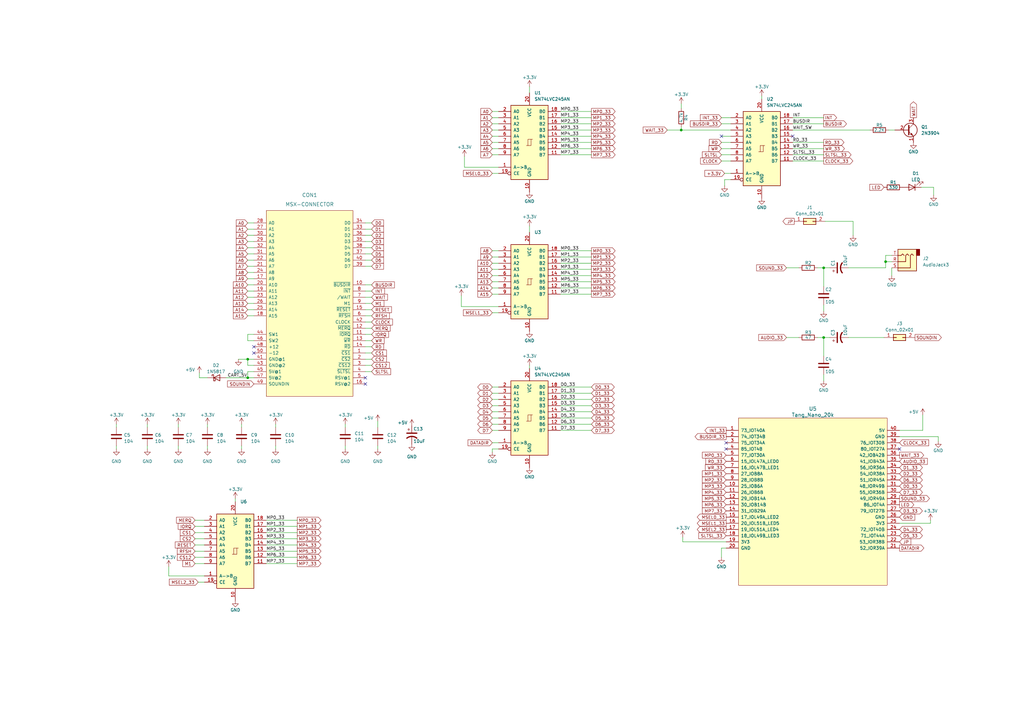
<source format=kicad_sch>
(kicad_sch (version 20231120) (generator "eeschema") (generator_version "8.0")
  (paper "A3")
  (title_block (title "MSX-Tang Nano 9K Breakout") (date "2023-03-01"))
  (junction (at 101.6 147.32))
  (junction (at 279.4 53.34))
  (junction (at 101.6 154.94))
  (junction (at 363.22 107.315))
  (junction (at 337.82 138.43))
  (junction (at 337.82 109.855))
  (no_connect (at 325.12 55.88))
  (no_connect (at 297.815 181.61))
  (no_connect (at 149.86 157.48))
  (no_connect (at 104.14 142.24))
  (no_connect (at 104.14 144.78))
  (no_connect (at 149.86 154.94))
  (no_connect (at 295.91 55.88))
  (no_connect (at 297.815 184.15))
  (no_connect (at 368.935 184.15))
  (wire (pts (xy 325.12 50.8) (xy 337.82 50.8)))
  (wire (pts (xy 101.6 109.22) (xy 104.14 109.22)))
  (wire (pts (xy 201.93 53.34) (xy 204.47 53.34)))
  (wire (pts (xy 149.86 142.24) (xy 152.4 142.24)))
  (wire (pts (xy 201.93 173.99) (xy 204.47 173.99)))
  (wire (pts (xy 325.12 60.96) (xy 337.82 60.96)))
  (wire (pts (xy 201.93 110.49) (xy 204.47 110.49)))
  (wire (pts (xy 217.17 35.56) (xy 217.17 38.1)))
  (wire (pts (xy 101.6 119.38) (xy 104.14 119.38)))
  (wire (pts (xy 229.87 105.41) (xy 242.57 105.41)))
  (wire (pts (xy 69.215 236.22) (xy 83.82 236.22)))
  (wire (pts (xy 80.01 218.44) (xy 83.82 218.44)))
  (wire (pts (xy 201.93 158.75) (xy 204.47 158.75)))
  (wire (pts (xy 201.93 105.41) (xy 204.47 105.41)))
  (wire (pts (xy 47.752 182.88) (xy 47.752 184.15)))
  (wire (pts (xy 80.01 223.52) (xy 83.82 223.52)))
  (wire (pts (xy 149.86 121.92) (xy 152.4 121.92)))
  (wire (pts (xy 109.22 223.52) (xy 121.92 223.52)))
  (wire (pts (xy 80.01 228.6) (xy 83.82 228.6)))
  (wire (pts (xy 325.12 48.26) (xy 337.82 48.26)))
  (wire (pts (xy 201.93 118.11) (xy 204.47 118.11)))
  (wire (pts (xy 229.87 176.53) (xy 242.57 176.53)))
  (wire (pts (xy 368.935 179.07) (xy 384.81 179.07)))
  (wire (pts (xy 295.91 224.79) (xy 297.815 224.79)))
  (wire (pts (xy 141.605 173.99) (xy 141.605 175.26)))
  (wire (pts (xy 295.91 48.26) (xy 299.72 48.26)))
  (wire (pts (xy 338.455 90.805) (xy 349.885 90.805)))
  (wire (pts (xy 229.87 166.37) (xy 242.57 166.37)))
  (wire (pts (xy 229.87 115.57) (xy 242.57 115.57)))
  (wire (pts (xy 229.87 158.75) (xy 242.57 158.75)))
  (wire (pts (xy 47.752 173.99) (xy 47.752 175.26)))
  (wire (pts (xy 149.86 149.86) (xy 152.4 149.86)))
  (wire (pts (xy 149.86 147.32) (xy 152.4 147.32)))
  (wire (pts (xy 201.93 176.53) (xy 204.47 176.53)))
  (wire (pts (xy 229.87 113.03) (xy 242.57 113.03)))
  (wire (pts (xy 365.76 109.855) (xy 365.76 113.03)))
  (wire (pts (xy 279.4 42.545) (xy 279.4 44.45)))
  (wire (pts (xy 149.86 106.68) (xy 152.4 106.68)))
  (wire (pts (xy 149.86 116.84) (xy 152.4 116.84)))
  (wire (pts (xy 113.03 182.88) (xy 113.03 184.15)))
  (wire (pts (xy 101.6 121.92) (xy 104.14 121.92)))
  (wire (pts (xy 229.87 173.99) (xy 242.57 173.99)))
  (wire (pts (xy 60.452 173.99) (xy 60.452 175.26)))
  (wire (pts (xy 149.86 129.54) (xy 152.4 129.54)))
  (wire (pts (xy 201.93 171.45) (xy 204.47 171.45)))
  (wire (pts (xy 149.86 137.16) (xy 152.4 137.16)))
  (wire (pts (xy 201.93 48.26) (xy 204.47 48.26)))
  (wire (pts (xy 101.6 93.98) (xy 104.14 93.98)))
  (wire (pts (xy 81.28 238.76) (xy 83.82 238.76)))
  (wire (pts (xy 99.06 182.88) (xy 99.06 184.15)))
  (wire (pts (xy 229.87 50.8) (xy 242.57 50.8)))
  (wire (pts (xy 101.6 99.06) (xy 104.14 99.06)))
  (wire (pts (xy 201.93 120.65) (xy 204.47 120.65)))
  (wire (pts (xy 154.94 172.72) (xy 154.94 175.26)))
  (wire (pts (xy 337.82 125.095) (xy 337.82 127.635)))
  (wire (pts (xy 149.86 132.08) (xy 152.4 132.08)))
  (wire (pts (xy 85.09 182.88) (xy 85.09 184.15)))
  (wire (pts (xy 229.87 163.83) (xy 242.57 163.83)))
  (wire (pts (xy 201.93 181.61) (xy 204.47 181.61)))
  (wire (pts (xy 149.86 127) (xy 152.4 127)))
  (wire (pts (xy 381.635 214.63) (xy 381.635 213.36)))
  (wire (pts (xy 201.93 50.8) (xy 204.47 50.8)))
  (wire (pts (xy 229.87 58.42) (xy 242.57 58.42)))
  (wire (pts (xy 189.23 125.73) (xy 189.23 121.285)))
  (wire (pts (xy 69.215 232.41) (xy 69.215 236.22)))
  (wire (pts (xy 99.06 173.99) (xy 99.06 175.26)))
  (wire (pts (xy 297.18 71.12) (xy 299.72 71.12)))
  (wire (pts (xy 201.93 115.57) (xy 204.47 115.57)))
  (wire (pts (xy 322.58 138.43) (xy 327.66 138.43)))
  (wire (pts (xy 109.22 226.06) (xy 121.92 226.06)))
  (wire (pts (xy 363.22 104.775) (xy 363.22 107.315)))
  (wire (pts (xy 109.22 218.44) (xy 121.92 218.44)))
  (wire (pts (xy 104.14 147.32) (xy 101.6 147.32)))
  (wire (pts (xy 279.4 52.07) (xy 279.4 53.34)))
  (wire (pts (xy 149.86 104.14) (xy 152.4 104.14)))
  (wire (pts (xy 229.87 171.45) (xy 242.57 171.45)))
  (wire (pts (xy 101.6 116.84) (xy 104.14 116.84)))
  (wire (pts (xy 109.22 220.98) (xy 121.92 220.98)))
  (wire (pts (xy 201.93 184.15) (xy 204.47 184.15)))
  (wire (pts (xy 325.12 58.42) (xy 337.82 58.42)))
  (wire (pts (xy 335.28 138.43) (xy 337.82 138.43)))
  (wire (pts (xy 149.86 101.6) (xy 152.4 101.6)))
  (wire (pts (xy 273.685 53.34) (xy 279.4 53.34)))
  (wire (pts (xy 109.22 228.6) (xy 121.92 228.6)))
  (wire (pts (xy 297.815 222.25) (xy 280.035 222.25)))
  (wire (pts (xy 363.22 107.315) (xy 365.76 107.315)))
  (wire (pts (xy 101.6 129.54) (xy 104.14 129.54)))
  (wire (pts (xy 92.71 154.94) (xy 101.6 154.94)))
  (wire (pts (xy 101.6 104.14) (xy 104.14 104.14)))
  (wire (pts (xy 295.91 63.5) (xy 299.72 63.5)))
  (wire (pts (xy 201.93 168.91) (xy 204.47 168.91)))
  (wire (pts (xy 201.93 102.87) (xy 204.47 102.87)))
  (wire (pts (xy 101.6 154.94) (xy 104.14 154.94)))
  (wire (pts (xy 337.82 109.855) (xy 340.36 109.855)))
  (wire (pts (xy 189.23 125.73) (xy 204.47 125.73)))
  (wire (pts (xy 101.6 124.46) (xy 104.14 124.46)))
  (wire (pts (xy 347.98 138.43) (xy 362.585 138.43)))
  (wire (pts (xy 101.6 137.16) (xy 101.6 139.7)))
  (wire (pts (xy 149.86 99.06) (xy 152.4 99.06)))
  (wire (pts (xy 349.885 90.805) (xy 349.885 96.52)))
  (wire (pts (xy 60.452 182.88) (xy 60.452 184.15)))
  (wire (pts (xy 81.788 154.94) (xy 85.09 154.94)))
  (wire (pts (xy 201.93 113.03) (xy 204.47 113.03)))
  (wire (pts (xy 229.87 168.91) (xy 242.57 168.91)))
  (wire (pts (xy 384.81 179.07) (xy 384.81 180.975)))
  (wire (pts (xy 201.93 128.27) (xy 204.47 128.27)))
  (wire (pts (xy 322.58 109.855) (xy 327.66 109.855)))
  (wire (pts (xy 229.87 55.88) (xy 242.57 55.88)))
  (wire (pts (xy 229.87 120.65) (xy 242.57 120.65)))
  (wire (pts (xy 382.905 76.835) (xy 382.905 80.01)))
  (wire (pts (xy 295.91 228.6) (xy 295.91 224.79)))
  (wire (pts (xy 295.91 58.42) (xy 299.72 58.42)))
  (wire (pts (xy 101.6 91.44) (xy 104.14 91.44)))
  (wire (pts (xy 295.91 60.96) (xy 299.72 60.96)))
  (wire (pts (xy 337.82 117.475) (xy 337.82 109.855)))
  (wire (pts (xy 377.825 76.835) (xy 382.905 76.835)))
  (wire (pts (xy 101.6 152.4) (xy 101.6 154.94)))
  (wire (pts (xy 80.01 226.06) (xy 83.82 226.06)))
  (wire (pts (xy 109.22 215.9) (xy 121.92 215.9)))
  (wire (pts (xy 229.87 102.87) (xy 242.57 102.87)))
  (wire (pts (xy 229.87 107.95) (xy 242.57 107.95)))
  (wire (pts (xy 80.01 220.98) (xy 83.82 220.98)))
  (wire (pts (xy 279.4 53.34) (xy 299.72 53.34)))
  (wire (pts (xy 101.6 111.76) (xy 104.14 111.76)))
  (wire (pts (xy 201.93 55.88) (xy 204.47 55.88)))
  (wire (pts (xy 101.6 147.32) (xy 101.6 149.86)))
  (wire (pts (xy 325.12 66.04) (xy 337.82 66.04)))
  (wire (pts (xy 368.935 176.53) (xy 378.46 176.53)))
  (wire (pts (xy 347.98 109.855) (xy 363.22 109.855)))
  (wire (pts (xy 101.6 127) (xy 104.14 127)))
  (wire (pts (xy 337.82 138.43) (xy 340.36 138.43)))
  (wire (pts (xy 81.788 152.908) (xy 81.788 154.94)))
  (wire (pts (xy 337.82 153.67) (xy 337.82 156.21)))
  (wire (pts (xy 73.152 173.99) (xy 73.152 175.26)))
  (wire (pts (xy 201.93 107.95) (xy 204.47 107.95)))
  (wire (pts (xy 201.93 60.96) (xy 204.47 60.96)))
  (wire (pts (xy 201.93 58.42) (xy 204.47 58.42)))
  (wire (pts (xy 101.6 96.52) (xy 104.14 96.52)))
  (wire (pts (xy 80.01 215.9) (xy 83.82 215.9)))
  (wire (pts (xy 141.605 182.88) (xy 141.605 184.15)))
  (wire (pts (xy 229.87 48.26) (xy 242.57 48.26)))
  (wire (pts (xy 365.76 104.775) (xy 363.22 104.775)))
  (wire (pts (xy 229.87 63.5) (xy 242.57 63.5)))
  (wire (pts (xy 368.935 214.63) (xy 381.635 214.63)))
  (wire (pts (xy 297.18 73.66) (xy 297.18 76.2)))
  (wire (pts (xy 80.01 213.36) (xy 83.82 213.36)))
  (wire (pts (xy 149.86 124.46) (xy 152.4 124.46)))
  (wire (pts (xy 85.09 173.99) (xy 85.09 175.26)))
  (wire (pts (xy 190.5 68.58) (xy 204.47 68.58)))
  (wire (pts (xy 101.6 149.86) (xy 104.14 149.86)))
  (wire (pts (xy 363.22 109.855) (xy 363.22 107.315)))
  (wire (pts (xy 149.86 139.7) (xy 152.4 139.7)))
  (wire (pts (xy 201.93 163.83) (xy 204.47 163.83)))
  (wire (pts (xy 229.87 110.49) (xy 242.57 110.49)))
  (wire (pts (xy 109.22 231.14) (xy 121.92 231.14)))
  (wire (pts (xy 201.93 71.12) (xy 204.47 71.12)))
  (wire (pts (xy 149.86 91.44) (xy 152.4 91.44)))
  (wire (pts (xy 149.86 134.62) (xy 152.4 134.62)))
  (wire (pts (xy 101.6 114.3) (xy 104.14 114.3)))
  (wire (pts (xy 73.152 182.88) (xy 73.152 184.15)))
  (wire (pts (xy 109.22 213.36) (xy 121.92 213.36)))
  (wire (pts (xy 295.91 66.04) (xy 299.72 66.04)))
  (wire (pts (xy 217.17 149.86) (xy 217.17 151.13)))
  (wire (pts (xy 96.52 204.47) (xy 96.52 205.74)))
  (wire (pts (xy 201.93 161.29) (xy 204.47 161.29)))
  (wire (pts (xy 101.6 139.7) (xy 104.14 139.7)))
  (wire (pts (xy 364.49 53.34) (xy 367.03 53.34)))
  (wire (pts (xy 378.46 176.53) (xy 378.46 170.18)))
  (wire (pts (xy 229.87 53.34) (xy 242.57 53.34)))
  (wire (pts (xy 149.86 144.78) (xy 152.4 144.78)))
  (wire (pts (xy 201.93 166.37) (xy 204.47 166.37)))
  (wire (pts (xy 335.28 109.855) (xy 337.82 109.855)))
  (wire (pts (xy 149.86 119.38) (xy 152.4 119.38)))
  (wire (pts (xy 229.87 45.72) (xy 242.57 45.72)))
  (wire (pts (xy 280.035 222.25) (xy 280.035 220.345)))
  (wire (pts (xy 104.14 152.4) (xy 101.6 152.4)))
  (wire (pts (xy 149.86 152.4) (xy 152.4 152.4)))
  (wire (pts (xy 295.91 55.88) (xy 299.72 55.88)))
  (wire (pts (xy 229.87 60.96) (xy 242.57 60.96)))
  (wire (pts (xy 229.87 161.29) (xy 242.57 161.29)))
  (wire (pts (xy 149.86 96.52) (xy 152.4 96.52)))
  (wire (pts (xy 201.93 184.15) (xy 201.93 185.42)))
  (wire (pts (xy 201.93 45.72) (xy 204.47 45.72)))
  (wire (pts (xy 149.86 93.98) (xy 152.4 93.98)))
  (wire (pts (xy 201.93 63.5) (xy 204.47 63.5)))
  (wire (pts (xy 154.94 182.88) (xy 154.94 184.15)))
  (wire (pts (xy 101.6 106.68) (xy 104.14 106.68)))
  (wire (pts (xy 149.86 109.22) (xy 152.4 109.22)))
  (wire (pts (xy 325.12 63.5) (xy 337.82 63.5)))
  (wire (pts (xy 337.82 146.05) (xy 337.82 138.43)))
  (wire (pts (xy 297.18 73.66) (xy 299.72 73.66)))
  (wire (pts (xy 312.42 39.37) (xy 312.42 40.64)))
  (wire (pts (xy 217.17 92.71) (xy 217.17 95.25)))
  (wire (pts (xy 101.6 101.6) (xy 104.14 101.6)))
  (wire (pts (xy 325.12 53.34) (xy 356.87 53.34)))
  (wire (pts (xy 97.79 147.32) (xy 101.6 147.32)))
  (wire (pts (xy 113.03 173.99) (xy 113.03 175.26)))
  (wire (pts (xy 190.5 68.58) (xy 190.5 64.135)))
  (wire (pts (xy 229.87 118.11) (xy 242.57 118.11)))
  (wire (pts (xy 104.14 137.16) (xy 101.6 137.16)))
  (wire (pts (xy 80.01 231.14) (xy 83.82 231.14)))
  (wire (pts (xy 295.91 50.8) (xy 299.72 50.8)))
  (label "CART_5V" (at 93.345 154.94 0))
  (label "D0_33" (at 229.87 158.75 0))
  (label "MP5_33" (at 109.22 226.06 0))
  (label "MP0_33" (at 109.22 213.36 0))
  (label "MP2_33" (at 229.87 50.8 0))
  (label "MP5_33" (at 229.87 58.42 0))
  (label "MP6_33" (at 229.9211 118.11 0))
  (label "D5_33" (at 229.87 171.45 0))
  (label "MP5_33" (at 229.87 115.57 0))
  (label "WAIT_SW" (at 325.12 53.34 0))
  (label "D4_33" (at 229.87 168.91 0))
  (label "INT" (at 325.12 48.26 0))
  (label "WR_33" (at 325.12 60.96 0))
  (label "BUSDIR" (at 325.12 50.8 0))
  (label "MP0_33" (at 229.87 102.87 0))
  (label "MP2_33" (at 109.22 218.44 0))
  (label "MP3_33" (at 229.87 110.49 0))
  (label "MP1_33" (at 109.22 215.9 0))
  (label "MP1_33" (at 229.87 48.26 0))
  (label "MP6_33" (at 229.9211 60.96 0))
  (label "RD_33" (at 325.12 58.42 0))
  (label "MP4_33" (at 229.87 55.88 0))
  (label "MP7_33" (at 229.87 63.5 0))
  (label "MP7_33" (at 109.22 231.14 0))
  (label "D6_33" (at 229.87 173.99 0))
  (label "MP4_33" (at 109.22 223.52 0))
  (label "MP3_33" (at 109.22 220.98 0))
  (label "CLOCK_33" (at 325.12 66.04 0))
  (label "D3_33" (at 229.87 166.37 0))
  (label "MP2_33" (at 229.87 107.95 0))
  (label "MP6_33" (at 109.2711 228.6 0))
  (label "MP3_33" (at 229.87 53.34 0))
  (label "MP4_33" (at 229.87 113.03 0))
  (label "D7_33" (at 229.87 176.53 0))
  (label "D2_33" (at 229.87 163.83 0))
  (label "MP0_33" (at 229.87 45.72 0))
  (label "MP7_33" (at 229.87 120.65 0))
  (label "SLTSL_33" (at 325.12 63.5 0))
  (label "MP1_33" (at 229.87 105.41 0))
  (label "D1_33" (at 229.87 161.29 0))
  (global_label "D7_33" (shape bidirectional) (at 368.935 201.93 0) (property "Intersheetrefs" "${INTERSHEET_REFS}" (effects (hide yes))))
  (global_label "RFSH" (shape input) (at 152.4 129.54 0) (property "Intersheetrefs" "${INTERSHEET_REFS}" (effects (hide yes))))
  (global_label "WAIT_33" (shape output) (at 368.935 186.69 0) (property "Intersheetrefs" "${INTERSHEET_REFS}" (effects (hide yes))))
  (global_label "CS12" (shape input) (at 80.01 228.6 180) (property "Intersheetrefs" "${INTERSHEET_REFS}" (effects (hide yes))))
  (global_label "MP7_33" (shape input) (at 297.815 209.55 180) (property "Intersheetrefs" "${INTERSHEET_REFS}" (effects (hide yes))))
  (global_label "CS2" (shape input) (at 80.01 220.98 180) (property "Intersheetrefs" "${INTERSHEET_REFS}" (effects (hide yes))))
  (global_label "MP1_33" (shape output) (at 242.57 48.26 0) (property "Intersheetrefs" "${INTERSHEET_REFS}" (effects (hide yes))))
  (global_label "MP2_33" (shape input) (at 297.815 196.85 180) (property "Intersheetrefs" "${INTERSHEET_REFS}" (effects (hide yes))))
  (global_label "MP6_33" (shape output) (at 242.57 118.11 0) (property "Intersheetrefs" "${INTERSHEET_REFS}" (effects (hide yes))))
  (global_label "LED" (shape output) (at 368.935 207.01 0) (property "Intersheetrefs" "${INTERSHEET_REFS}" (effects (hide yes))))
  (global_label "D6_33" (shape bidirectional) (at 368.935 196.85 0) (property "Intersheetrefs" "${INTERSHEET_REFS}" (effects (hide yes))))
  (global_label "CS1" (shape input) (at 152.4 144.78 0) (property "Intersheetrefs" "${INTERSHEET_REFS}" (effects (hide yes))))
  (global_label "A5" (shape input) (at 101.6 104.14 180) (property "Intersheetrefs" "${INTERSHEET_REFS}" (effects (hide yes))))
  (global_label "RD" (shape input) (at 295.91 58.42 180) (property "Intersheetrefs" "${INTERSHEET_REFS}" (effects (hide yes))))
  (global_label "A6" (shape input) (at 101.6 106.68 180) (property "Intersheetrefs" "${INTERSHEET_REFS}" (effects (hide yes))))
  (global_label "D3" (shape bidirectional) (at 201.93 166.37 180) (property "Intersheetrefs" "${INTERSHEET_REFS}" (effects (hide yes))))
  (global_label "IORQ" (shape input) (at 80.01 215.9 180) (property "Intersheetrefs" "${INTERSHEET_REFS}" (effects (hide yes))))
  (global_label "MP0_33" (shape output) (at 242.57 102.87 0) (property "Intersheetrefs" "${INTERSHEET_REFS}" (effects (hide yes))))
  (global_label "D0_33" (shape bidirectional) (at 368.935 199.39 0) (property "Intersheetrefs" "${INTERSHEET_REFS}" (effects (hide yes))))
  (global_label "MP2_33" (shape output) (at 242.57 50.8 0) (property "Intersheetrefs" "${INTERSHEET_REFS}" (effects (hide yes))))
  (global_label "A13" (shape input) (at 101.6 124.46 180) (property "Intersheetrefs" "${INTERSHEET_REFS}" (effects (hide yes))))
  (global_label "WR_33" (shape output) (at 337.82 60.96 0) (property "Intersheetrefs" "${INTERSHEET_REFS}" (effects (hide yes))))
  (global_label "A7" (shape input) (at 201.93 63.5 180) (property "Intersheetrefs" "${INTERSHEET_REFS}" (effects (hide yes))))
  (global_label "MP0_33" (shape output) (at 121.92 213.36 0) (property "Intersheetrefs" "${INTERSHEET_REFS}" (effects (hide yes))))
  (global_label "A14" (shape input) (at 201.93 118.11 180) (property "Intersheetrefs" "${INTERSHEET_REFS}" (effects (hide yes))))
  (global_label "MP6_33" (shape output) (at 121.92 228.6 0) (property "Intersheetrefs" "${INTERSHEET_REFS}" (effects (hide yes))))
  (global_label "D6_33" (shape bidirectional) (at 242.57 173.99 0) (property "Intersheetrefs" "${INTERSHEET_REFS}" (effects (hide yes))))
  (global_label "D0" (shape bidirectional) (at 201.93 158.75 180) (property "Intersheetrefs" "${INTERSHEET_REFS}" (effects (hide yes))))
  (global_label "MSEL2_33" (shape input) (at 81.28 238.76 180) (property "Intersheetrefs" "${INTERSHEET_REFS}" (effects (hide yes))))
  (global_label "A8" (shape input) (at 201.93 102.87 180) (property "Intersheetrefs" "${INTERSHEET_REFS}" (effects (hide yes))))
  (global_label "A0" (shape input) (at 101.6 91.44 180) (property "Intersheetrefs" "${INTERSHEET_REFS}" (effects (hide yes))))
  (global_label "MP5_33" (shape output) (at 121.92 226.06 0) (property "Intersheetrefs" "${INTERSHEET_REFS}" (effects (hide yes))))
  (global_label "MP0_33" (shape input) (at 297.815 186.69 180) (property "Intersheetrefs" "${INTERSHEET_REFS}" (effects (hide yes))))
  (global_label "A9" (shape input) (at 201.93 105.41 180) (property "Intersheetrefs" "${INTERSHEET_REFS}" (effects (hide yes))))
  (global_label "D0_33" (shape bidirectional) (at 242.57 158.75 0) (property "Intersheetrefs" "${INTERSHEET_REFS}" (effects (hide yes))))
  (global_label "BUSDIR" (shape input) (at 152.4 116.84 0) (property "Intersheetrefs" "${INTERSHEET_REFS}" (effects (hide yes))))
  (global_label "A12" (shape input) (at 101.6 121.92 180) (property "Intersheetrefs" "${INTERSHEET_REFS}" (effects (hide yes))))
  (global_label "WR" (shape input) (at 152.4 139.7 0) (property "Intersheetrefs" "${INTERSHEET_REFS}" (effects (hide yes))))
  (global_label "SOUND_33" (shape output) (at 368.935 204.47 0) (property "Intersheetrefs" "${INTERSHEET_REFS}" (effects (hide yes))))
  (global_label "D4_33" (shape bidirectional) (at 242.57 168.91 0) (property "Intersheetrefs" "${INTERSHEET_REFS}" (effects (hide yes))))
  (global_label "WR_33" (shape input) (at 297.815 191.77 180) (property "Intersheetrefs" "${INTERSHEET_REFS}" (effects (hide yes))))
  (global_label "AUDIO_33" (shape input) (at 322.58 138.43 180) (property "Intersheetrefs" "${INTERSHEET_REFS}" (effects (hide yes))))
  (global_label "MSEL0_33" (shape output) (at 297.815 212.09 180) (property "Intersheetrefs" "${INTERSHEET_REFS}" (effects (hide yes))))
  (global_label "D1" (shape input) (at 152.4 93.98 0) (property "Intersheetrefs" "${INTERSHEET_REFS}" (effects (hide yes))))
  (global_label "MP7_33" (shape output) (at 121.92 231.14 0) (property "Intersheetrefs" "${INTERSHEET_REFS}" (effects (hide yes))))
  (global_label "MP5_33" (shape output) (at 242.57 58.42 0) (property "Intersheetrefs" "${INTERSHEET_REFS}" (effects (hide yes))))
  (global_label "D2_33" (shape bidirectional) (at 368.935 194.31 0) (property "Intersheetrefs" "${INTERSHEET_REFS}" (effects (hide yes))))
  (global_label "SLTSL" (shape input) (at 295.91 63.5 180) (property "Intersheetrefs" "${INTERSHEET_REFS}" (effects (hide yes))))
  (global_label "D4" (shape bidirectional) (at 201.93 168.91 180) (property "Intersheetrefs" "${INTERSHEET_REFS}" (effects (hide yes))))
  (global_label "A15" (shape input) (at 101.6 129.54 180) (property "Intersheetrefs" "${INTERSHEET_REFS}" (effects (hide yes))))
  (global_label "MP2_33" (shape output) (at 121.92 218.44 0) (property "Intersheetrefs" "${INTERSHEET_REFS}" (effects (hide yes))))
  (global_label "MP1_33" (shape output) (at 121.92 215.9 0) (property "Intersheetrefs" "${INTERSHEET_REFS}" (effects (hide yes))))
  (global_label "MP6_33" (shape input) (at 297.815 207.01 180) (property "Intersheetrefs" "${INTERSHEET_REFS}" (effects (hide yes))))
  (global_label "MP0_33" (shape output) (at 242.57 45.72 0) (property "Intersheetrefs" "${INTERSHEET_REFS}" (effects (hide yes))))
  (global_label "IORQ" (shape input) (at 152.4 137.16 0) (property "Intersheetrefs" "${INTERSHEET_REFS}" (effects (hide yes))))
  (global_label "A11" (shape input) (at 101.6 119.38 180) (property "Intersheetrefs" "${INTERSHEET_REFS}" (effects (hide yes))))
  (global_label "A1" (shape input) (at 201.93 48.26 180) (property "Intersheetrefs" "${INTERSHEET_REFS}" (effects (hide yes))))
  (global_label "D2_33" (shape bidirectional) (at 242.57 163.83 0) (property "Intersheetrefs" "${INTERSHEET_REFS}" (effects (hide yes))))
  (global_label "CLOCK" (shape input) (at 295.91 66.04 180) (property "Intersheetrefs" "${INTERSHEET_REFS}" (effects (hide yes))))
  (global_label "MSEL2_33" (shape output) (at 297.815 217.17 180) (property "Intersheetrefs" "${INTERSHEET_REFS}" (effects (hide yes))))
  (global_label "D2" (shape input) (at 152.4 96.52 0) (property "Intersheetrefs" "${INTERSHEET_REFS}" (effects (hide yes))))
  (global_label "A10" (shape input) (at 201.93 107.95 180) (property "Intersheetrefs" "${INTERSHEET_REFS}" (effects (hide yes))))
  (global_label "CLOCK_33" (shape output) (at 337.82 66.04 0) (property "Intersheetrefs" "${INTERSHEET_REFS}" (effects (hide yes))))
  (global_label "MP3_33" (shape input) (at 297.815 199.39 180) (property "Intersheetrefs" "${INTERSHEET_REFS}" (effects (hide yes))))
  (global_label "A12" (shape input) (at 201.93 113.03 180) (property "Intersheetrefs" "${INTERSHEET_REFS}" (effects (hide yes))))
  (global_label "MP7_33" (shape output) (at 242.57 63.5 0) (property "Intersheetrefs" "${INTERSHEET_REFS}" (effects (hide yes))))
  (global_label "D5" (shape input) (at 152.4 104.14 0) (property "Intersheetrefs" "${INTERSHEET_REFS}" (effects (hide yes))))
  (global_label "MSEL1_33" (shape input) (at 201.93 128.27 180) (property "Intersheetrefs" "${INTERSHEET_REFS}" (effects (hide yes))))
  (global_label "MP4_33" (shape input) (at 297.815 201.93 180) (property "Intersheetrefs" "${INTERSHEET_REFS}" (effects (hide yes))))
  (global_label "RD" (shape input) (at 152.4 142.24 0) (property "Intersheetrefs" "${INTERSHEET_REFS}" (effects (hide yes))))
  (global_label "D3" (shape input) (at 152.4 99.06 0) (property "Intersheetrefs" "${INTERSHEET_REFS}" (effects (hide yes))))
  (global_label "RD_33" (shape output) (at 337.82 58.42 0) (property "Intersheetrefs" "${INTERSHEET_REFS}" (effects (hide yes))))
  (global_label "SOUNDIN" (shape output) (at 375.285 138.43 0) (property "Intersheetrefs" "${INTERSHEET_REFS}" (effects (hide yes))))
  (global_label "SLTSL" (shape input) (at 152.4 152.4 0) (property "Intersheetrefs" "${INTERSHEET_REFS}" (effects (hide yes))))
  (global_label "A3" (shape input) (at 201.93 53.34 180) (property "Intersheetrefs" "${INTERSHEET_REFS}" (effects (hide yes))))
  (global_label "MP3_33" (shape output) (at 242.57 110.49 0) (property "Intersheetrefs" "${INTERSHEET_REFS}" (effects (hide yes))))
  (global_label "MP4_33" (shape output) (at 242.57 55.88 0) (property "Intersheetrefs" "${INTERSHEET_REFS}" (effects (hide yes))))
  (global_label "D4_33" (shape bidirectional) (at 368.935 217.17 0) (property "Intersheetrefs" "${INTERSHEET_REFS}" (effects (hide yes))))
  (global_label "MERQ" (shape input) (at 152.4 134.62 0) (property "Intersheetrefs" "${INTERSHEET_REFS}" (effects (hide yes))))
  (global_label "A2" (shape input) (at 101.6 96.52 180) (property "Intersheetrefs" "${INTERSHEET_REFS}" (effects (hide yes))))
  (global_label "CLOCK_33" (shape input) (at 368.935 181.61 0) (property "Intersheetrefs" "${INTERSHEET_REFS}" (effects (hide yes))))
  (global_label "CS2" (shape input) (at 152.4 147.32 0) (property "Intersheetrefs" "${INTERSHEET_REFS}" (effects (hide yes))))
  (global_label "RESET" (shape input) (at 152.4 127 0) (property "Intersheetrefs" "${INTERSHEET_REFS}" (effects (hide yes))))
  (global_label "A7" (shape input) (at 101.6 109.22 180) (property "Intersheetrefs" "${INTERSHEET_REFS}" (effects (hide yes))))
  (global_label "AUDIO_33" (shape input) (at 368.935 189.23 0) (property "Intersheetrefs" "${INTERSHEET_REFS}" (effects (hide yes))))
  (global_label "A14" (shape input) (at 101.6 127 180) (property "Intersheetrefs" "${INTERSHEET_REFS}" (effects (hide yes))))
  (global_label "D5" (shape bidirectional) (at 201.93 171.45 180) (property "Intersheetrefs" "${INTERSHEET_REFS}" (effects (hide yes))))
  (global_label "D2" (shape bidirectional) (at 201.93 163.83 180) (property "Intersheetrefs" "${INTERSHEET_REFS}" (effects (hide yes))))
  (global_label "MSEL0_33" (shape input) (at 201.93 71.12 180) (property "Intersheetrefs" "${INTERSHEET_REFS}" (effects (hide yes))))
  (global_label "D1" (shape bidirectional) (at 201.93 161.29 180) (property "Intersheetrefs" "${INTERSHEET_REFS}" (effects (hide yes))))
  (global_label "D7" (shape bidirectional) (at 201.93 176.53 180) (property "Intersheetrefs" "${INTERSHEET_REFS}" (effects (hide yes))))
  (global_label "D3_33" (shape bidirectional) (at 368.935 209.55 0) (property "Intersheetrefs" "${INTERSHEET_REFS}" (effects (hide yes))))
  (global_label "A2" (shape input) (at 201.93 50.8 180) (property "Intersheetrefs" "${INTERSHEET_REFS}" (effects (hide yes))))
  (global_label "D1_33" (shape bidirectional) (at 368.935 191.77 0) (property "Intersheetrefs" "${INTERSHEET_REFS}" (effects (hide yes))))
  (global_label "SLTSL_33" (shape output) (at 337.82 63.5 0) (property "Intersheetrefs" "${INTERSHEET_REFS}" (effects (hide yes))))
  (global_label "MP6_33" (shape output) (at 242.57 60.96 0) (property "Intersheetrefs" "${INTERSHEET_REFS}" (effects (hide yes))))
  (global_label "MSEL1_33" (shape output) (at 297.815 214.63 180) (property "Intersheetrefs" "${INTERSHEET_REFS}" (effects (hide yes))))
  (global_label "CS1" (shape input) (at 80.01 218.44 180) (property "Intersheetrefs" "${INTERSHEET_REFS}" (effects (hide yes))))
  (global_label "D3_33" (shape bidirectional) (at 242.57 166.37 0) (property "Intersheetrefs" "${INTERSHEET_REFS}" (effects (hide yes))))
  (global_label "A0" (shape input) (at 201.93 45.72 180) (property "Intersheetrefs" "${INTERSHEET_REFS}" (effects (hide yes))))
  (global_label "MP1_33" (shape output) (at 242.57 105.41 0) (property "Intersheetrefs" "${INTERSHEET_REFS}" (effects (hide yes))))
  (global_label "D5_33" (shape bidirectional) (at 242.57 171.45 0) (property "Intersheetrefs" "${INTERSHEET_REFS}" (effects (hide yes))))
  (global_label "MP5_33" (shape output) (at 242.57 115.57 0) (property "Intersheetrefs" "${INTERSHEET_REFS}" (effects (hide yes))))
  (global_label "M1" (shape input) (at 152.4 124.46 0) (property "Intersheetrefs" "${INTERSHEET_REFS}" (effects (hide yes))))
  (global_label "A11" (shape input) (at 201.93 110.49 180) (property "Intersheetrefs" "${INTERSHEET_REFS}" (effects (hide yes))))
  (global_label "A4" (shape input) (at 101.6 101.6 180) (property "Intersheetrefs" "${INTERSHEET_REFS}" (effects (hide yes))))
  (global_label "D0" (shape input) (at 152.4 91.44 0) (property "Intersheetrefs" "${INTERSHEET_REFS}" (effects (hide yes))))
  (global_label "WAIT_33" (shape input) (at 273.685 53.34 180) (property "Intersheetrefs" "${INTERSHEET_REFS}" (effects (hide yes))))
  (global_label "A4" (shape input) (at 201.93 55.88 180) (property "Intersheetrefs" "${INTERSHEET_REFS}" (effects (hide yes))))
  (global_label "SOUNDIN" (shape input) (at 104.14 157.48 180) (property "Intersheetrefs" "${INTERSHEET_REFS}" (effects (hide yes))))
  (global_label "INT_33" (shape output) (at 297.815 176.53 180) (property "Intersheetrefs" "${INTERSHEET_REFS}" (effects (hide yes))))
  (global_label "CS12" (shape input) (at 152.4 149.86 0) (property "Intersheetrefs" "${INTERSHEET_REFS}" (effects (hide yes))))
  (global_label "A3" (shape input) (at 101.6 99.06 180) (property "Intersheetrefs" "${INTERSHEET_REFS}" (effects (hide yes))))
  (global_label "JP" (shape output) (at 325.755 90.805 180) (property "Intersheetrefs" "${INTERSHEET_REFS}" (effects (hide yes))))
  (global_label "D7_33" (shape bidirectional) (at 242.57 176.53 0) (property "Intersheetrefs" "${INTERSHEET_REFS}" (effects (hide yes))))
  (global_label "MP2_33" (shape output) (at 242.57 107.95 0) (property "Intersheetrefs" "${INTERSHEET_REFS}" (effects (hide yes))))
  (global_label "WR" (shape input) (at 295.91 60.96 180) (property "Intersheetrefs" "${INTERSHEET_REFS}" (effects (hide yes))))
  (global_label "A1" (shape input) (at 101.6 93.98 180) (property "Intersheetrefs" "${INTERSHEET_REFS}" (effects (hide yes))))
  (global_label "BUSDIR" (shape output) (at 337.82 50.8 0) (property "Intersheetrefs" "${INTERSHEET_REFS}" (effects (hide yes))))
  (global_label "MP1_33" (shape input) (at 297.815 194.31 180) (property "Intersheetrefs" "${INTERSHEET_REFS}" (effects (hide yes))))
  (global_label "GND" (shape input) (at 368.935 212.09 0) (property "Intersheetrefs" "${INTERSHEET_REFS}" (effects (hide yes))))
  (global_label "JP" (shape input) (at 368.935 222.25 0) (property "Intersheetrefs" "${INTERSHEET_REFS}" (effects (hide yes))))
  (global_label "MP3_33" (shape output) (at 121.92 220.98 0) (property "Intersheetrefs" "${INTERSHEET_REFS}" (effects (hide yes))))
  (global_label "A6" (shape input) (at 201.93 60.96 180) (property "Intersheetrefs" "${INTERSHEET_REFS}" (effects (hide yes))))
  (global_label "BUSDIR_33" (shape input) (at 295.91 50.8 180) (property "Intersheetrefs" "${INTERSHEET_REFS}" (effects (hide yes))))
  (global_label "WAIT" (shape output) (at 374.65 48.26 90) (property "Intersheetrefs" "${INTERSHEET_REFS}" (effects (hide yes))))
  (global_label "M1" (shape input) (at 80.01 231.14 180) (property "Intersheetrefs" "${INTERSHEET_REFS}" (effects (hide yes))))
  (global_label "MP4_33" (shape output) (at 242.57 113.03 0) (property "Intersheetrefs" "${INTERSHEET_REFS}" (effects (hide yes))))
  (global_label "A8" (shape input) (at 101.6 111.76 180) (property "Intersheetrefs" "${INTERSHEET_REFS}" (effects (hide yes))))
  (global_label "INT" (shape input) (at 152.4 119.38 0) (property "Intersheetrefs" "${INTERSHEET_REFS}" (effects (hide yes))))
  (global_label "A5" (shape input) (at 201.93 58.42 180) (property "Intersheetrefs" "${INTERSHEET_REFS}" (effects (hide yes))))
  (global_label "D6" (shape input) (at 152.4 106.68 0) (property "Intersheetrefs" "${INTERSHEET_REFS}" (effects (hide yes))))
  (global_label "DATADIR" (shape input) (at 201.93 181.61 180) (property "Intersheetrefs" "${INTERSHEET_REFS}" (effects (hide yes))))
  (global_label "D5_33" (shape bidirectional) (at 368.935 219.71 0) (property "Intersheetrefs" "${INTERSHEET_REFS}" (effects (hide yes))))
  (global_label "CLOCK" (shape input) (at 152.4 132.08 0) (property "Intersheetrefs" "${INTERSHEET_REFS}" (effects (hide yes))))
  (global_label "A9" (shape input) (at 101.6 114.3 180) (property "Intersheetrefs" "${INTERSHEET_REFS}" (effects (hide yes))))
  (global_label "MERQ" (shape input) (at 80.01 213.36 180) (property "Intersheetrefs" "${INTERSHEET_REFS}" (effects (hide yes))))
  (global_label "WAIT" (shape input) (at 152.4 121.92 0) (property "Intersheetrefs" "${INTERSHEET_REFS}" (effects (hide yes))))
  (global_label "D7" (shape input) (at 152.4 109.22 0) (property "Intersheetrefs" "${INTERSHEET_REFS}" (effects (hide yes))))
  (global_label "+3.3V" (shape input) (at 297.18 71.12 180) (property "Intersheetrefs" "${INTERSHEET_REFS}" (effects (hide yes))))
  (global_label "MP3_33" (shape output) (at 242.57 53.34 0) (property "Intersheetrefs" "${INTERSHEET_REFS}" (effects (hide yes))))
  (global_label "D6" (shape bidirectional) (at 201.93 173.99 180) (property "Intersheetrefs" "${INTERSHEET_REFS}" (effects (hide yes))))
  (global_label "D4" (shape input) (at 152.4 101.6 0) (property "Intersheetrefs" "${INTERSHEET_REFS}" (effects (hide yes))))
  (global_label "A10" (shape input) (at 101.6 116.84 180) (property "Intersheetrefs" "${INTERSHEET_REFS}" (effects (hide yes))))
  (global_label "MP5_33" (shape input) (at 297.815 204.47 180) (property "Intersheetrefs" "${INTERSHEET_REFS}" (effects (hide yes))))
  (global_label "SLTSL_33" (shape input) (at 297.815 219.71 180) (property "Intersheetrefs" "${INTERSHEET_REFS}" (effects (hide yes))))
  (global_label "A15" (shape input) (at 201.93 120.65 180) (property "Intersheetrefs" "${INTERSHEET_REFS}" (effects (hide yes))))
  (global_label "BUSDIR_33" (shape output) (at 297.815 179.07 180) (property "Intersheetrefs" "${INTERSHEET_REFS}" (effects (hide yes))))
  (global_label "RFSH" (shape input) (at 80.01 226.06 180) (property "Intersheetrefs" "${INTERSHEET_REFS}" (effects (hide yes))))
  (global_label "DATADIR" (shape output) (at 368.935 224.79 0) (property "Intersheetrefs" "${INTERSHEET_REFS}" (effects (hide yes))))
  (global_label "D1_33" (shape bidirectional) (at 242.57 161.29 0) (property "Intersheetrefs" "${INTERSHEET_REFS}" (effects (hide yes))))
  (global_label "LED" (shape input) (at 362.585 76.835 180) (property "Intersheetrefs" "${INTERSHEET_REFS}" (effects (hide yes))))
  (global_label "A13" (shape input) (at 201.93 115.57 180) (property "Intersheetrefs" "${INTERSHEET_REFS}" (effects (hide yes))))
  (global_label "INT" (shape output) (at 337.82 48.26 0) (property "Intersheetrefs" "${INTERSHEET_REFS}" (effects (hide yes))))
  (global_label "RESET" (shape input) (at 80.01 223.52 180) (property "Intersheetrefs" "${INTERSHEET_REFS}" (effects (hide yes))))
  (global_label "MP4_33" (shape output) (at 121.92 223.52 0) (property "Intersheetrefs" "${INTERSHEET_REFS}" (effects (hide yes))))
  (global_label "MP7_33" (shape output) (at 242.57 120.65 0) (property "Intersheetrefs" "${INTERSHEET_REFS}" (effects (hide yes))))
  (global_label "SOUND_33" (shape input) (at 322.58 109.855 180) (property "Intersheetrefs" "${INTERSHEET_REFS}" (effects (hide yes))))
  (global_label "RD_33" (shape input) (at 297.815 189.23 180) (property "Intersheetrefs" "${INTERSHEET_REFS}" (effects (hide yes))))
  (global_label "INT_33" (shape input) (at 295.91 48.26 180) (property "Intersheetrefs" "${INTERSHEET_REFS}" (effects (hide yes))))
  (symbol (lib_id "power:GND") (at 154.94 184.15 0) (unit 1)
    (property "Reference" "#PWR035" (effects (hide yes)))
    (property "Value" "GND" (at 154.94 189.23 0))
  )
  (symbol (lib_id "power:+3.3V") (at 217.17 92.71 0) (unit 1)
    (property "Reference" "#PWR08" (effects (hide yes)))
    (property "Value" "+3.3V" (at 217.17 88.9 0))
  )
  (symbol (lib_id "power:+3.3V") (at 190.5 64.135 0) (unit 1)
    (property "Reference" "#PWR03" (effects (hide yes)))
    (property "Value" "+3.3V" (at 190.5 60.325 0))
  )
  (symbol (lib_id "power:+3.3V") (at 217.17 149.86 0) (unit 1)
    (property "Reference" "#PWR015" (effects (hide yes)))
    (property "Value" "+3.3V" (at 217.17 146.05 0))
  )
  (symbol (lib_id "power:GND") (at 217.17 135.89 0) (unit 1)
    (property "Reference" "#PWR013" (effects (hide yes)))
    (property "Value" "GND" (at 217.17 139.7 0))
  )
  (symbol (lib_id "power:GND") (at 297.18 76.2 0) (unit 1)
    (property "Reference" "#PWR04" (effects (hide yes)))
    (property "Value" "GND" (at 297.18 80.01 0))
  )
  (symbol (lib_id "Device:C") (at 60.452 179.07 0) (unit 1)
    (property "Reference" "C6" (at 63.5 178.435 0) (effects (justify left)))
    (property "Value" "104" (at 63.5 180.975 0) (effects (justify left)))
    (property "Footprint" "Capacitor_THT:C_Disc_D5.0mm_W2.5mm_P2.50mm" (effects (hide yes)))
  )
  (symbol (lib_id "power:GND") (at 374.65 58.42 0) (unit 1)
    (property "Reference" "#PWR045" (effects (hide yes)))
    (property "Value" "GND" (at 374.65 62.23 0))
  )
  (symbol (lib_id "power:GND") (at 349.885 96.52 0) (unit 1)
    (property "Reference" "#PWR09" (effects (hide yes)))
    (property "Value" "GND" (at 349.885 100.33 0))
  )
  (symbol (lib_id "power:+5V") (at 378.46 170.18 0) (unit 1)
    (property "Reference" "#PWR018" (effects (hide yes)))
    (property "Value" "+5V" (at 374.65 168.91 0))
  )
  (symbol (lib_id "power:+3.3V") (at 69.215 232.41 0) (unit 1)
    (property "Reference" "#PWR042" (effects (hide yes)))
    (property "Value" "+3.3V" (at 69.215 228.6 0))
  )
  (symbol (lib_id "Omega-Mainboard-rescue:CP1-Device") (at 344.17 109.855 90) (unit 1)
    (property "Reference" "C1" (at 341.63 109.22 0) (effects (justify left)))
    (property "Value" "10uF" (at 346.71 109.22 0) (effects (justify left)))
    (property "Footprint" "Capacitor_THT:CP_Radial_D5.0mm_P2.00mm" (effects (hide yes)))
  )
  (symbol (lib_id "power:+3.3V") (at 60.452 173.99 0) (unit 1)
    (property "Reference" "#PWR021" (effects (hide yes)))
    (property "Value" "+3.3V" (at 60.452 170.18 0))
  )
  (symbol (lib_id "power:+3.3V") (at 141.605 173.99 0) (unit 1)
    (property "Reference" "#PWR026" (effects (hide yes)))
    (property "Value" "+3.3V" (at 141.605 170.18 0))
  )
  (symbol (lib_id "Mi_libreria:SN74LVC245AN") (at 217.17 115.57 0) (unit 1)
    (property "Reference" "U3" (at 219.1894 95.25 0) (effects (justify left)))
    (property "Value" "SN74LVC245AN" (effects (hide yes)))
    (property "Footprint" "Package_DIP:DIP-20_W7.62mm_LongPads" (effects (hide yes)))
    (property "Datasheet" "https://www.ti.com/lit/ds/symlink/sn74lvc245a.pdf" (effects (hide yes)))
  )
  (symbol (lib_id "Device:C") (at 47.752 179.07 0) (unit 1)
    (property "Reference" "C5" (at 50.8 178.435 0) (effects (justify left)))
    (property "Value" "104" (at 50.8 180.975 0) (effects (justify left)))
    (property "Footprint" "Capacitor_THT:C_Disc_D5.0mm_W2.5mm_P2.50mm" (effects (hide yes)))
  )
  (symbol (lib_id "power:GND") (at 168.91 182.245 0) (unit 1)
    (property "Reference" "#PWR047" (effects (hide yes)))
    (property "Value" "GND" (at 168.91 187.325 0))
  )
  (symbol (lib_id "Device:LED") (at 374.015 76.835 180) (unit 1)
    (property "Reference" "D1" (at 375.6025 71.12 0))
    (property "Value" "LED" (at 375.6025 73.66 0))
    (property "Footprint" "LED_THT:LED_D3.0mm" (effects (hide yes)))
  )
  (symbol (lib_id "power:GND") (at 47.752 184.15 0) (unit 1)
    (property "Reference" "#PWR028" (effects (hide yes)))
    (property "Value" "GND" (at 47.752 189.23 0))
  )
  (symbol (lib_id "power:GND") (at 337.82 127.635 0) (unit 1)
    (property "Reference" "#PWR012" (effects (hide yes)))
    (property "Value" "GND" (at 337.82 131.445 0))
  )
  (symbol (lib_id "power:GND") (at 295.91 228.6 0) (unit 1)
    (property "Reference" "#PWR041" (effects (hide yes)))
    (property "Value" "GND" (at 295.91 232.41 0))
  )
  (symbol (lib_id "Omega-Mainboard-rescue:CP1-Device") (at 168.91 178.435 0) (unit 1)
    (property "Reference" "C13" (at 169.545 175.895 0) (effects (justify left)))
    (property "Value" "10uF" (at 169.545 180.975 0) (effects (justify left)))
    (property "Footprint" "Capacitor_THT:CP_Radial_D5.0mm_P2.00mm" (effects (hide yes)))
  )
  (symbol (lib_id "Connector_Audio:AudioJack3") (at 370.84 107.315 180) (unit 1)
    (property "Reference" "J2" (at 378.46 106.045 0) (effects (justify right)))
    (property "Value" "AudioJack3" (at 378.46 108.585 0) (effects (justify right)))
    (property "Footprint" "Connector_Audio:Jack_3.5mm_CUI_SJ1-3533NG_Horizontal" (effects (hide yes)))
  )
  (symbol (lib_id "Device:R") (at 366.395 76.835 90) (unit 1)
    (property "Reference" "R1" (at 366.395 74.803 90))
    (property "Value" "330" (at 366.395 76.835 90))
    (property "Footprint" "Resistor_THT:R_Axial_DIN0207_L6.3mm_D2.5mm_P10.16mm_Horizontal" (effects (hide yes)))
  )
  (symbol (lib_id "power:+3.3V") (at 279.4 42.545 0) (unit 1)
    (property "Reference" "#PWR044" (effects (hide yes)))
    (property "Value" "+3.3V" (at 279.4 38.735 0))
  )
  (symbol (lib_id "power:+3.3V") (at 99.06 173.99 0) (unit 1)
    (property "Reference" "#PWR024" (effects (hide yes)))
    (property "Value" "+3.3V" (at 99.06 170.18 0))
  )
  (symbol (lib_id "power:+3.3V") (at 381.635 213.36 0) (unit 1)
    (property "Reference" "#PWR039" (effects (hide yes)))
    (property "Value" "+3.3V" (at 381.635 209.55 0))
  )
  (symbol (lib_id "Mi_libreria:SN74LVC245AN") (at 96.52 226.06 0) (unit 1)
    (property "Reference" "U6" (at 98.5394 205.74 0) (effects (justify left)))
    (property "Value" "SN74LVC245AN" (effects (hide yes)))
    (property "Footprint" "Package_DIP:DIP-20_W7.62mm_LongPads" (effects (hide yes)))
    (property "Datasheet" "https://www.ti.com/lit/ds/symlink/sn74lvc245a.pdf" (effects (hide yes)))
  )
  (symbol (lib_id "power:GND") (at 217.17 78.74 0) (unit 1)
    (property "Reference" "#PWR05" (effects (hide yes)))
    (property "Value" "GND" (at 217.17 82.55 0))
  )
  (symbol (lib_id "Connector_Generic:Conn_02x01") (at 330.835 90.805 0) (unit 1)
    (property "Reference" "J1" (at 332.105 85.09 0))
    (property "Value" "Conn_02x01" (at 332.105 87.63 0))
    (property "Footprint" "Connector_PinHeader_2.54mm:PinHeader_2x01_P2.54mm_Vertical" (effects (hide yes)))
  )
  (symbol (lib_id "power:GND") (at 201.93 185.42 0) (unit 1)
    (property "Reference" "#PWR036" (effects (hide yes)))
    (property "Value" "GND" (at 201.93 189.23 0))
  )
  (symbol (lib_id "Device:C") (at 337.82 121.285 0) (unit 1)
    (property "Reference" "C2" (at 338.455 118.745 0) (effects (justify left)))
    (property "Value" "105" (at 338.455 123.825 0) (effects (justify left)))
    (property "Footprint" "Capacitor_THT:C_Disc_D5.0mm_W2.5mm_P2.50mm" (effects (hide yes)))
  )
  (symbol (lib_id "Device:C") (at 113.03 179.07 0) (unit 1)
    (property "Reference" "C10" (at 116.84 178.435 0) (effects (justify left)))
    (property "Value" "104" (at 116.84 180.975 0) (effects (justify left)))
    (property "Footprint" "Capacitor_THT:C_Disc_D5.0mm_W2.5mm_P2.50mm" (effects (hide yes)))
  )
  (symbol (lib_id "power:GND") (at 384.81 180.975 0) (unit 1)
    (property "Reference" "#PWR027" (effects (hide yes)))
    (property "Value" "GND" (at 384.81 184.785 0))
  )
  (symbol (lib_id "Device:C") (at 141.605 179.07 0) (unit 1)
    (property "Reference" "C11" (at 145.415 177.7999 0) (effects (justify left)))
    (property "Value" "104" (at 145.415 180.3399 0) (effects (justify left)))
    (property "Footprint" "Capacitor_THT:C_Disc_D5.0mm_W2.5mm_P2.50mm" (effects (hide yes)))
  )
  (symbol (lib_id "Device:R") (at 331.47 138.43 90) (unit 1)
    (property "Reference" "R3" (at 331.47 136.398 90))
    (property "Value" "47" (at 331.47 138.43 90))
    (property "Footprint" "Resistor_THT:R_Axial_DIN0207_L6.3mm_D2.5mm_P10.16mm_Horizontal" (effects (hide yes)))
  )
  (symbol (lib_id "power:+3.3V") (at 73.152 173.99 0) (unit 1)
    (property "Reference" "#PWR022" (effects (hide yes)))
    (property "Value" "+3.3V" (at 73.152 170.18 0))
  )
  (symbol (lib_id "Mi_libreria:SN74LVC245AN") (at 217.17 171.45 0) (unit 1)
    (property "Reference" "U4" (at 219.1894 151.13 0) (effects (justify left)))
    (property "Value" "SN74LVC245AN" (at 219.1894 153.67 0) (effects (justify left)))
    (property "Footprint" "Package_DIP:DIP-20_W7.62mm_LongPads" (effects (hide yes)))
    (property "Datasheet" "https://www.ti.com/lit/ds/symlink/sn74lvc245a.pdf" (effects (hide yes)))
  )
  (symbol (lib_id "Device:C") (at 85.09 179.07 0) (unit 1)
    (property "Reference" "C8" (at 88.9 178.435 0) (effects (justify left)))
    (property "Value" "104" (at 88.9 180.975 0) (effects (justify left)))
    (property "Footprint" "Capacitor_THT:C_Disc_D5.0mm_W2.5mm_P2.50mm" (effects (hide yes)))
  )
  (symbol (lib_id "power:GND") (at 60.452 184.15 0) (unit 1)
    (property "Reference" "#PWR029" (effects (hide yes)))
    (property "Value" "GND" (at 60.452 189.23 0))
  )
  (symbol (lib_id "power:+3.3V") (at 312.42 39.37 0) (unit 1)
    (property "Reference" "#PWR02" (effects (hide yes)))
    (property "Value" "+3.3V" (at 312.42 35.56 0))
  )
  (symbol (lib_id "Device:R") (at 331.47 109.855 90) (unit 1)
    (property "Reference" "R2" (at 331.47 107.823 90))
    (property "Value" "47" (at 331.47 109.855 90))
    (property "Footprint" "Resistor_THT:R_Axial_DIN0207_L6.3mm_D2.5mm_P10.16mm_Horizontal" (effects (hide yes)))
  )
  (symbol (lib_id "Device:C") (at 99.06 179.07 0) (unit 1)
    (property "Reference" "C9" (at 102.87 178.435 0) (effects (justify left)))
    (property "Value" "104" (at 102.87 180.975 0) (effects (justify left)))
    (property "Footprint" "Capacitor_THT:C_Disc_D5.0mm_W2.5mm_P2.50mm" (effects (hide yes)))
  )
  (symbol (lib_id "Device:R") (at 360.68 53.34 90) (unit 1)
    (property "Reference" "R5" (at 360.68 51.308 90))
    (property "Value" "2.2K" (at 360.68 53.34 90))
    (property "Footprint" "Resistor_THT:R_Axial_DIN0207_L6.3mm_D2.5mm_P10.16mm_Horizontal" (effects (hide yes)))
  )
  (symbol (lib_id "power:GND") (at 99.06 184.15 0) (unit 1)
    (property "Reference" "#PWR032" (effects (hide yes)))
    (property "Value" "GND" (at 99.06 189.23 0))
  )
  (symbol (lib_id "power:GND") (at 97.79 147.32 0) (unit 1)
    (property "Reference" "#PWR014" (effects (hide yes)))
    (property "Value" "GND" (at 97.79 152.4 0))
  )
  (symbol (lib_id "power:GND") (at 217.17 191.77 0) (unit 1)
    (property "Reference" "#PWR037" (effects (hide yes)))
    (property "Value" "GND" (at 217.17 195.58 0))
  )
  (symbol (lib_id "power:GND") (at 365.76 113.03 0) (unit 1)
    (property "Reference" "#PWR010" (effects (hide yes)))
    (property "Value" "GND" (at 365.76 116.84 0))
  )
  (symbol (lib_id "power:+5V") (at 81.788 152.908 0) (unit 1)
    (property "Reference" "#PWR016" (effects (hide yes)))
    (property "Value" "+5V" (at 77.978 151.638 0))
  )
  (symbol (lib_id "Connector_Generic:Conn_02x01") (at 367.665 138.43 0) (unit 1)
    (property "Reference" "J3" (at 368.935 132.715 0))
    (property "Value" "Conn_02x01" (at 368.935 135.255 0))
    (property "Footprint" "Connector_PinHeader_2.54mm:PinHeader_2x01_P2.54mm_Vertical" (effects (hide yes)))
  )
  (symbol (lib_id "power:GND") (at 85.09 184.15 0) (unit 1)
    (property "Reference" "#PWR031" (effects (hide yes)))
    (property "Value" "GND" (at 85.09 189.23 0))
  )
  (symbol (lib_id "power:GND") (at 113.03 184.15 0) (unit 1)
    (property "Reference" "#PWR033" (effects (hide yes)))
    (property "Value" "GND" (at 113.03 189.23 0))
  )
  (symbol (lib_id "Mi_libreria:Tang_Nano_20k") (at 333.375 204.47 0) (unit 1)
    (property "Reference" "U5" (at 333.375 167.64 0) (effects (font (size 1.4986 1.4986))))
    (property "Value" "Tang_Nano_20k" (at 333.375 170.18 0) (effects (font (size 1.4986 1.4986))))
    (property "Footprint" "Mis_huellas:Tang_Nano_20k" (effects (hide yes)))
  )
  (symbol (lib_id "power:+3.3V") (at 85.09 173.99 0) (unit 1)
    (property "Reference" "#PWR023" (effects (hide yes)))
    (property "Value" "+3.3V" (at 85.09 170.18 0))
  )
  (symbol (lib_id "Diode:1N5817") (at 88.9 154.94 0) (unit 1)
    (property "Reference" "D2" (at 88.5825 149.86 0))
    (property "Value" "1N5817" (at 88.5825 152.4 0))
    (property "Footprint" "Diode_THT:D_DO-41_SOD81_P10.16mm_Horizontal" (effects (hide yes)))
    (property "Datasheet" "http://www.vishay.com/docs/88525/1n5817.pdf" (effects (hide yes)))
  )
  (symbol (lib_id "power:GND") (at 141.605 184.15 0) (unit 1)
    (property "Reference" "#PWR034" (effects (hide yes)))
    (property "Value" "GND" (at 141.605 189.23 0))
  )
  (symbol (lib_id "power:GND") (at 382.905 80.01 0) (unit 1)
    (property "Reference" "#PWR06" (effects (hide yes)))
    (property "Value" "GND" (at 382.905 83.82 0))
  )
  (symbol (lib_id "power:GND") (at 312.42 81.28 0) (unit 1)
    (property "Reference" "#PWR07" (effects (hide yes)))
    (property "Value" "GND" (at 312.42 85.09 0))
  )
  (symbol (lib_id "Mi_libreria:SN74LVC245AN") (at 217.17 58.42 0) (unit 1)
    (property "Reference" "U1" (at 219.1894 38.1 0) (effects (justify left)))
    (property "Value" "SN74LVC245AN" (at 219.1894 40.64 0) (effects (justify left)))
    (property "Footprint" "Package_DIP:DIP-20_W7.62mm_LongPads" (effects (hide yes)))
    (property "Datasheet" "https://www.ti.com/lit/ds/symlink/sn74lvc245a.pdf" (effects (hide yes)))
  )
  (symbol (lib_id "power:+3.3V") (at 217.17 35.56 0) (unit 1)
    (property "Reference" "#PWR01" (effects (hide yes)))
    (property "Value" "+3.3V" (at 217.17 31.75 0))
  )
  (symbol (lib_id "power:GND") (at 73.152 184.15 0) (unit 1)
    (property "Reference" "#PWR030" (effects (hide yes)))
    (property "Value" "GND" (at 73.152 189.23 0))
  )
  (symbol (lib_id "Transistor_BJT:2N3904") (at 372.11 53.34 0) (unit 1)
    (property "Reference" "Q1" (at 377.825 52.07 0) (effects (justify left)))
    (property "Value" "2N3904" (at 377.825 54.61 0) (effects (justify left)))
    (property "Footprint" "Package_TO_SOT_THT:TO-92_Inline" (effects (hide yes)))
    (property "Datasheet" "https://www.onsemi.com/pub/Collateral/2N3903-D.PDF" (effects (hide yes)))
  )
  (symbol (lib_id "power:+3.3V") (at 113.03 173.99 0) (unit 1)
    (property "Reference" "#PWR025" (effects (hide yes)))
    (property "Value" "+3.3V" (at 113.03 170.18 0))
  )
  (symbol (lib_id "power:GND") (at 96.52 246.38 0) (unit 1)
    (property "Reference" "#PWR043" (effects (hide yes)))
    (property "Value" "GND" (at 96.52 250.19 0))
  )
  (symbol (lib_id "power:GND") (at 337.82 156.21 0) (unit 1)
    (property "Reference" "#PWR017" (effects (hide yes)))
    (property "Value" "GND" (at 337.82 160.02 0))
  )
  (symbol (lib_id "power:+3.3V") (at 47.752 173.99 0) (unit 1)
    (property "Reference" "#PWR020" (effects (hide yes)))
    (property "Value" "+3.3V" (at 47.752 170.18 0))
  )
  (symbol (lib_id "Mi_libreria:SN74LVC245AN") (at 312.42 60.96 0) (unit 1)
    (property "Reference" "U2" (at 314.4394 40.64 0) (effects (justify left)))
    (property "Value" "SN74LVC245AN" (at 314.4394 43.18 0) (effects (justify left)))
    (property "Footprint" "Package_DIP:DIP-20_W7.62mm_LongPads" (effects (hide yes)))
    (property "Datasheet" "https://www.ti.com/lit/ds/symlink/sn74lvc245a.pdf" (effects (hide yes)))
  )
  (symbol (lib_id "Omega-Mainboard-rescue:CP1-Device") (at 344.17 138.43 90) (unit 1)
    (property "Reference" "C3" (at 341.63 137.795 0) (effects (justify left)))
    (property "Value" "10uF" (at 346.71 137.795 0) (effects (justify left)))
    (property "Footprint" "Capacitor_THT:CP_Radial_D5.0mm_P2.00mm" (effects (hide yes)))
  )
  (symbol (lib_id "power:+3.3V") (at 96.52 204.47 0) (unit 1)
    (property "Reference" "#PWR038" (effects (hide yes)))
    (property "Value" "+3.3V" (at 96.52 200.66 0))
  )
  (symbol (lib_id "power:+3.3V") (at 189.23 121.285 0) (unit 1)
    (property "Reference" "#PWR011" (effects (hide yes)))
    (property "Value" "+3.3V" (at 189.23 117.475 0))
  )
  (symbol (lib_id "Device:C") (at 154.94 179.07 0) (unit 1)
    (property "Reference" "C12" (at 158.75 178.435 0) (effects (justify left)))
    (property "Value" "104" (at 158.75 180.975 0) (effects (justify left)))
    (property "Footprint" "Capacitor_THT:C_Disc_D5.0mm_W2.5mm_P2.50mm" (effects (hide yes)))
  )
  (symbol (lib_id "power:+5V") (at 168.91 174.625 0) (unit 1)
    (property "Reference" "#PWR046" (effects (hide yes)))
    (property "Value" "+5V" (at 165.1 173.355 0))
  )
  (symbol (lib_id "Device:C") (at 337.82 149.86 0) (unit 1)
    (property "Reference" "C4" (at 338.455 147.32 0) (effects (justify left)))
    (property "Value" "105" (at 338.455 152.4 0) (effects (justify left)))
    (property "Footprint" "Capacitor_THT:C_Disc_D5.0mm_W2.5mm_P2.50mm" (effects (hide yes)))
  )
  (symbol (lib_id "Mi_libreria:MSX-CONNECTOR") (at 127 124.46 0) (unit 1)
    (property "Reference" "CON1" (at 127 80.01 0) (effects (font (size 1.4986 1.4986))))
    (property "Value" "MSX-CONNECTOR" (at 127 83.82 0) (effects (font (size 1.4986 1.4986))))
    (property "Footprint" "Mis_huellas:CARTRIDGE_MSX" (effects (hide yes)))
  )
  (symbol (lib_id "Device:R") (at 279.4 48.26 0) (unit 1)
    (property "Reference" "R4" (at 281.432 48.26 90))
    (property "Value" "4.7k" (at 279.4 48.26 90))
    (property "Footprint" "Resistor_THT:R_Axial_DIN0207_L6.3mm_D2.5mm_P10.16mm_Horizontal" (effects (hide yes)))
  )
  (symbol (lib_id "power:+3.3V") (at 280.035 220.345 0) (unit 1)
    (property "Reference" "#PWR040" (effects (hide yes)))
    (property "Value" "+3.3V" (at 280.035 216.535 0))
  )
  (symbol (lib_id "Device:C") (at 73.152 179.07 0) (unit 1)
    (property "Reference" "C7" (at 76.2 178.435 0) (effects (justify left)))
    (property "Value" "104" (at 76.2 180.975 0) (effects (justify left)))
    (property "Footprint" "Capacitor_THT:C_Disc_D5.0mm_W2.5mm_P2.50mm" (effects (hide yes)))
  )
  (symbol (lib_id "power:+5V") (at 154.94 172.72 0) (unit 1)
    (property "Reference" "#PWR019" (effects (hide yes)))
    (property "Value" "+5V" (at 151.13 171.45 0))
  )
)
</source>
